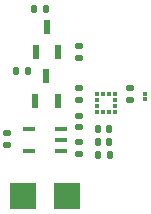
<source format=gbr>
%TF.GenerationSoftware,KiCad,Pcbnew,8.0.4*%
%TF.CreationDate,2025-02-04T23:44:10-05:00*%
%TF.ProjectId,Magnetometer,4d61676e-6574-46f6-9d65-7465722e6b69,rev?*%
%TF.SameCoordinates,Original*%
%TF.FileFunction,Paste,Top*%
%TF.FilePolarity,Positive*%
%FSLAX46Y46*%
G04 Gerber Fmt 4.6, Leading zero omitted, Abs format (unit mm)*
G04 Created by KiCad (PCBNEW 8.0.4) date 2025-02-04 23:44:10*
%MOMM*%
%LPD*%
G01*
G04 APERTURE LIST*
G04 Aperture macros list*
%AMRoundRect*
0 Rectangle with rounded corners*
0 $1 Rounding radius*
0 $2 $3 $4 $5 $6 $7 $8 $9 X,Y pos of 4 corners*
0 Add a 4 corners polygon primitive as box body*
4,1,4,$2,$3,$4,$5,$6,$7,$8,$9,$2,$3,0*
0 Add four circle primitives for the rounded corners*
1,1,$1+$1,$2,$3*
1,1,$1+$1,$4,$5*
1,1,$1+$1,$6,$7*
1,1,$1+$1,$8,$9*
0 Add four rect primitives between the rounded corners*
20,1,$1+$1,$2,$3,$4,$5,0*
20,1,$1+$1,$4,$5,$6,$7,0*
20,1,$1+$1,$6,$7,$8,$9,0*
20,1,$1+$1,$8,$9,$2,$3,0*%
G04 Aperture macros list end*
%ADD10RoundRect,0.135000X-0.185000X0.135000X-0.185000X-0.135000X0.185000X-0.135000X0.185000X0.135000X0*%
%ADD11RoundRect,0.140000X0.140000X0.170000X-0.140000X0.170000X-0.140000X-0.170000X0.140000X-0.170000X0*%
%ADD12R,0.558800X1.270000*%
%ADD13RoundRect,0.140000X0.170000X-0.140000X0.170000X0.140000X-0.170000X0.140000X-0.170000X-0.140000X0*%
%ADD14RoundRect,0.135000X0.185000X-0.135000X0.185000X0.135000X-0.185000X0.135000X-0.185000X-0.135000X0*%
%ADD15R,0.977900X0.457200*%
%ADD16RoundRect,0.140000X-0.170000X0.140000X-0.170000X-0.140000X0.170000X-0.140000X0.170000X0.140000X0*%
%ADD17RoundRect,0.135000X0.135000X0.185000X-0.135000X0.185000X-0.135000X-0.185000X0.135000X-0.185000X0*%
%ADD18RoundRect,0.080375X-0.110125X0.080375X-0.110125X-0.080375X0.110125X-0.080375X0.110125X0.080375X0*%
%ADD19R,2.184400X2.184400*%
%ADD20R,0.376682X0.351536*%
%ADD21R,0.351536X0.376682*%
G04 APERTURE END LIST*
D10*
%TO.C,R1*%
X141478000Y-149604000D03*
X141478000Y-150624000D03*
%TD*%
D11*
%TO.C,C3*%
X139738801Y-155270200D03*
X138778801Y-155270200D03*
%TD*%
D12*
%TO.C,U4*%
X133477000Y-146558000D03*
X135382000Y-146558000D03*
X134429500Y-144475200D03*
%TD*%
%TO.C,U2*%
X133413500Y-150672800D03*
X135318500Y-150672800D03*
X134366000Y-148590000D03*
%TD*%
D13*
%TO.C,C6*%
X137160000Y-152908000D03*
X137160000Y-151948000D03*
%TD*%
D14*
%TO.C,R2*%
X137160000Y-147068000D03*
X137160000Y-146048000D03*
%TD*%
D15*
%TO.C,U5*%
X132924550Y-153075599D03*
X132924550Y-154975601D03*
X135655050Y-154975601D03*
X135655050Y-154025600D03*
X135655050Y-153075599D03*
%TD*%
D16*
%TO.C,C4*%
X131064000Y-153444000D03*
X131064000Y-154404000D03*
%TD*%
D14*
%TO.C,R4*%
X137160000Y-150626000D03*
X137160000Y-149606000D03*
%TD*%
D17*
%TO.C,R5*%
X132790000Y-148170000D03*
X131770000Y-148170000D03*
%TD*%
D16*
%TO.C,C5*%
X137160000Y-154206000D03*
X137160000Y-155166000D03*
%TD*%
D11*
%TO.C,C2*%
X139700000Y-154178000D03*
X138740000Y-154178000D03*
%TD*%
D18*
%TO.C,JP1*%
X142748000Y-150114000D03*
X142748000Y-150553250D03*
%TD*%
D17*
%TO.C,R3*%
X134380000Y-142930000D03*
X133360000Y-142930000D03*
%TD*%
D11*
%TO.C,C1*%
X139700000Y-153115200D03*
X138740000Y-153115200D03*
%TD*%
D19*
%TO.C,CR2*%
X132384800Y-158750000D03*
X136093200Y-158750000D03*
%TD*%
D20*
%TO.C,U1*%
X138695999Y-150125999D03*
X138695999Y-150626000D03*
X138695999Y-151126000D03*
X138695999Y-151626001D03*
D21*
X139196000Y-151626001D03*
X139696000Y-151626001D03*
D20*
X140196001Y-151626001D03*
X140196001Y-151126000D03*
X140196001Y-150626000D03*
X140196001Y-150125999D03*
D21*
X139696000Y-150125999D03*
X139196000Y-150125999D03*
%TD*%
M02*

</source>
